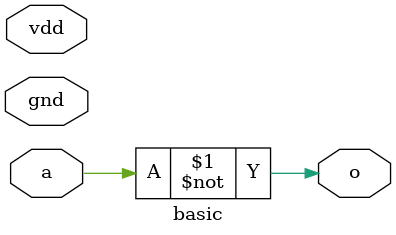
<source format=v>
module basic (
    inout vdd,
    inout gnd,
    input a,
    output o
);
    assign o =~a;
endmodule

</source>
